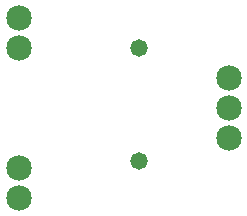
<source format=gbs>
G04*
G04 #@! TF.GenerationSoftware,Altium Limited,Altium Designer,24.9.1 (31)*
G04*
G04 Layer_Color=16711935*
%FSLAX44Y44*%
%MOMM*%
G71*
G04*
G04 #@! TF.SameCoordinates,5B22F005-A4A7-469E-9016-A4F700693913*
G04*
G04*
G04 #@! TF.FilePolarity,Negative*
G04*
G01*
G75*
%ADD14C,2.1590*%
%ADD15C,1.4732*%
D14*
X76200Y190500D02*
D03*
X254000Y139700D02*
D03*
X76200Y165100D02*
D03*
X254000Y114300D02*
D03*
X76200Y63500D02*
D03*
X254000Y88900D02*
D03*
X76200Y38100D02*
D03*
D15*
X177800Y69850D02*
D03*
Y165100D02*
D03*
M02*

</source>
